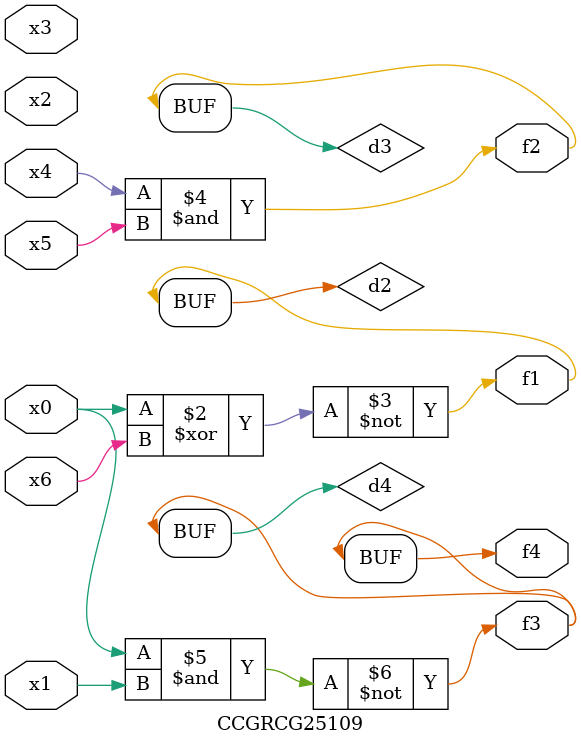
<source format=v>
module CCGRCG25109(
	input x0, x1, x2, x3, x4, x5, x6,
	output f1, f2, f3, f4
);

	wire d1, d2, d3, d4;

	nor (d1, x0);
	xnor (d2, x0, x6);
	and (d3, x4, x5);
	nand (d4, x0, x1);
	assign f1 = d2;
	assign f2 = d3;
	assign f3 = d4;
	assign f4 = d4;
endmodule

</source>
